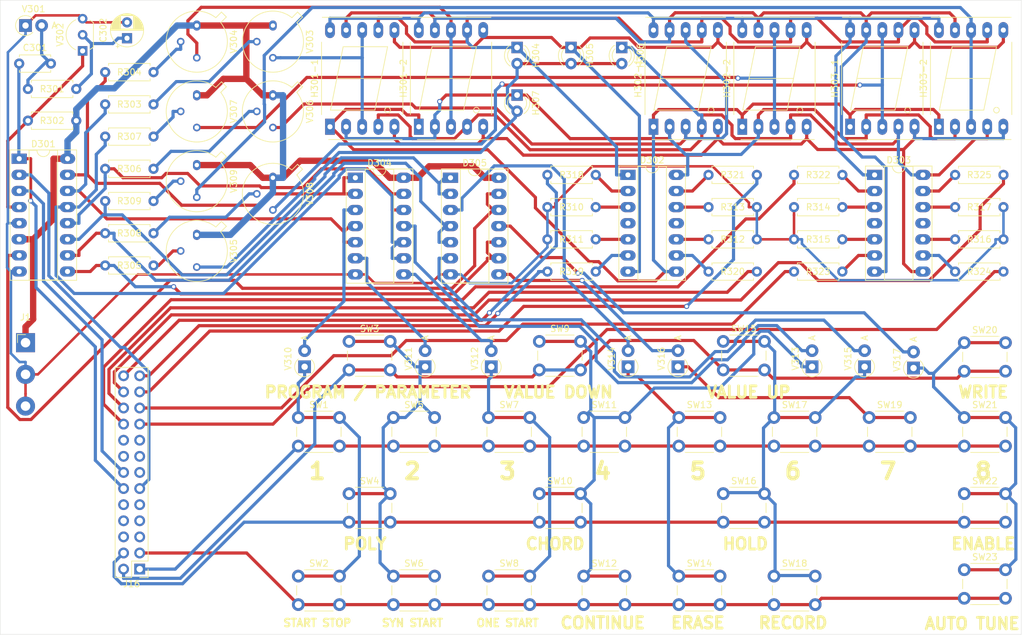
<source format=kicad_pcb>
(kicad_pcb (version 20221018) (generator pcbnew)

  (general
    (thickness 1.6)
  )

  (paper "A4")
  (layers
    (0 "F.Cu" signal)
    (31 "B.Cu" signal)
    (32 "B.Adhes" user "B.Adhesive")
    (33 "F.Adhes" user "F.Adhesive")
    (34 "B.Paste" user)
    (35 "F.Paste" user)
    (36 "B.SilkS" user "B.Silkscreen")
    (37 "F.SilkS" user "F.Silkscreen")
    (38 "B.Mask" user)
    (39 "F.Mask" user)
    (40 "Dwgs.User" user "User.Drawings")
    (41 "Cmts.User" user "User.Comments")
    (42 "Eco1.User" user "User.Eco1")
    (43 "Eco2.User" user "User.Eco2")
    (44 "Edge.Cuts" user)
    (45 "Margin" user)
    (46 "B.CrtYd" user "B.Courtyard")
    (47 "F.CrtYd" user "F.Courtyard")
    (48 "B.Fab" user)
    (49 "F.Fab" user)
  )

  (setup
    (pad_to_mask_clearance 0)
    (pcbplotparams
      (layerselection 0x00010fc_ffffffff)
      (plot_on_all_layers_selection 0x0000000_00000000)
      (disableapertmacros false)
      (usegerberextensions false)
      (usegerberattributes true)
      (usegerberadvancedattributes true)
      (creategerberjobfile true)
      (dashed_line_dash_ratio 12.000000)
      (dashed_line_gap_ratio 3.000000)
      (svgprecision 4)
      (plotframeref false)
      (viasonmask false)
      (mode 1)
      (useauxorigin false)
      (hpglpennumber 1)
      (hpglpenspeed 20)
      (hpglpendiameter 15.000000)
      (dxfpolygonmode true)
      (dxfimperialunits true)
      (dxfusepcbnewfont true)
      (psnegative false)
      (psa4output false)
      (plotreference true)
      (plotvalue true)
      (plotinvisibletext false)
      (sketchpadsonfab false)
      (subtractmaskfromsilk false)
      (outputformat 1)
      (mirror false)
      (drillshape 0)
      (scaleselection 1)
      (outputdirectory "BLP1_3os2")
    )
  )

  (net 0 "")
  (net 1 "Net-(J16-Pad5)")
  (net 2 "Net-(C301-Pad2)")
  (net 3 "X310B-B6")
  (net 4 "GND")
  (net 5 "Net-(C302-Pad1)")
  (net 6 "+5V")
  (net 7 "Net-(D301-Pad15)")
  (net 8 "Net-(D301-Pad7)")
  (net 9 "Net-(D301-Pad14)")
  (net 10 "Net-(D301-Pad13)")
  (net 11 "Net-(D301-Pad12)")
  (net 12 "Net-(D301-Pad4)")
  (net 13 "Net-(D301-Pad11)")
  (net 14 "X310B-B7")
  (net 15 "Net-(D301-Pad10)")
  (net 16 "X310B-A6")
  (net 17 "Net-(D301-Pad9)")
  (net 18 "Net-(D302-Pad9)")
  (net 19 "Net-(D302-Pad8)")
  (net 20 "Net-(D302-Pad7)")
  (net 21 "Net-(D302-Pad6)")
  (net 22 "Net-(D302-Pad14)")
  (net 23 "Net-(D302-Pad5)")
  (net 24 "Net-(D302-Pad13)")
  (net 25 "Net-(D302-Pad12)")
  (net 26 "Net-(D302-Pad3)")
  (net 27 "Net-(D302-Pad2)")
  (net 28 "Net-(D302-Pad10)")
  (net 29 "Net-(D302-Pad1)")
  (net 30 "Net-(D303-Pad9)")
  (net 31 "Net-(D303-Pad8)")
  (net 32 "Net-(D303-Pad7)")
  (net 33 "Net-(D303-Pad6)")
  (net 34 "Net-(D303-Pad14)")
  (net 35 "Net-(D303-Pad5)")
  (net 36 "Net-(D303-Pad13)")
  (net 37 "Net-(D303-Pad12)")
  (net 38 "Net-(D303-Pad3)")
  (net 39 "Net-(D303-Pad2)")
  (net 40 "Net-(D303-Pad10)")
  (net 41 "Net-(D303-Pad1)")
  (net 42 "Net-(D304-Pad6)")
  (net 43 "Net-(D304-Pad11)")
  (net 44 "Net-(D304-Pad3)")
  (net 45 "Net-(D304-Pad8)")
  (net 46 "Net-(D305-Pad6)")
  (net 47 "Net-(D305-Pad11)")
  (net 48 "Net-(D305-Pad3)")
  (net 49 "Net-(D305-Pad8)")
  (net 50 "Net-(H304-Pad2)")
  (net 51 "Net-(H301-1-Pad3)")
  (net 52 "Net-(H301-2-Pad3)")
  (net 53 "Net-(H302-1-Pad3)")
  (net 54 "Net-(H302-2-Pad3)")
  (net 55 "Net-(H303-1-Pad3)")
  (net 56 "Net-(H303-2-Pad3)")
  (net 57 "MIDI-IN")
  (net 58 "X310B-B13")
  (net 59 "X310B-A13")
  (net 60 "X310B-B12")
  (net 61 "X310B-A12")
  (net 62 "X310B-B11")
  (net 63 "X310B-A11")
  (net 64 "X310B-B10")
  (net 65 "X310B-A10")
  (net 66 "Net-(J16-Pad18)")
  (net 67 "Net-(J16-Pad17)")
  (net 68 "Net-(J16-Pad16)")
  (net 69 "Net-(J16-Pad10)")
  (net 70 "Net-(J16-Pad9)")
  (net 71 "Net-(J16-Pad8)")
  (net 72 "Net-(J16-Pad6)")
  (net 73 "X310B-B2")
  (net 74 "X310B-A2")
  (net 75 "X310B-B1")
  (net 76 "X310B-A1")
  (net 77 "Net-(R303-Pad1)")
  (net 78 "Net-(R304-Pad1)")
  (net 79 "Net-(R305-Pad1)")
  (net 80 "Net-(R306-Pad1)")
  (net 81 "Net-(R307-Pad1)")
  (net 82 "Net-(R308-Pad1)")
  (net 83 "Net-(R309-Pad1)")
  (net 84 "AB12")
  (net 85 "AB11")
  (net 86 "AB10")
  (net 87 "AB9")
  (net 88 "AB8")
  (net 89 "AB7")
  (net 90 "AB6")
  (net 91 "AB5")
  (net 92 "DLP-Ret")
  (net 93 "Net-(J16-Pad7)")

  (footprint "Capacitor_THT:C_Disc_D4.7mm_W2.5mm_P5.00mm" (layer "F.Cu") (at -37 10))

  (footprint "Capacitor_THT:CP_Radial_D5.0mm_P2.50mm" (layer "F.Cu") (at -20 6 90))

  (footprint "Package_DIP:DIP-16_W7.62mm_Socket_LongPads" (layer "F.Cu") (at -37 25))

  (footprint "Package_DIP:DIP-14_W7.62mm_Socket_LongPads" (layer "F.Cu") (at 58.98 27.55))

  (footprint "Package_DIP:DIP-14_W7.62mm_Socket_LongPads" (layer "F.Cu") (at 97.86 27.55))

  (footprint "Package_DIP:DIP-14_W7.62mm_Socket_LongPads" (layer "F.Cu") (at 16 28))

  (footprint "Package_DIP:DIP-14_W7.62mm_Socket_LongPads" (layer "F.Cu") (at 31 28))

  (footprint "LED_THT:LED_D3.0mm" (layer "F.Cu") (at 41.5 7.46 -90))

  (footprint "LED_THT:LED_D3.0mm" (layer "F.Cu") (at 50 7.46 -90))

  (footprint "LED_THT:LED_D3.0mm" (layer "F.Cu") (at 58 7.46 -90))

  (footprint "LED_THT:LED_D3.0mm" (layer "F.Cu") (at 41.5 14.96 -90))

  (footprint "Display_7Segment:7SegmentLED_LTS6760_LTS6780" (layer "F.Cu") (at 12 19.96 90))

  (footprint "Display_7Segment:7SegmentLED_LTS6760_LTS6780" (layer "F.Cu") (at 26 19.96 90))

  (footprint "Display_7Segment:7SegmentLED_LTS6760_LTS6780" (layer "F.Cu") (at 63 19.96 90))

  (footprint "Display_7Segment:7SegmentLED_LTS6760_LTS6780" (layer "F.Cu") (at 77 19.96 90))

  (footprint "Display_7Segment:7SegmentLED_LTS6760_LTS6780" (layer "F.Cu") (at 94 19.96 90))

  (footprint "Display_7Segment:7SegmentLED_LTS6760_LTS6780" (layer "F.Cu") (at 108 19.96 90))

  (footprint "Connector_PinHeader_2.54mm:PinHeader_1x03_P5mm_Vertical" (layer "F.Cu") (at -36 54))

  (footprint "Connector_PinHeader_2.54mm:PinHeader_2x13_P2.54mm_Vertical" (layer "F.Cu") (at -18 89.7 180))

  (footprint "Resistor_THT:R_Axial_DIN0207_L6.3mm_D2.5mm_P7.62mm_Horizontal" (layer "F.Cu") (at -28 14 180))

  (footprint "Resistor_THT:R_Axial_DIN0207_L6.3mm_D2.5mm_P7.62mm_Horizontal" (layer "F.Cu") (at -35.62 19))

  (footprint "Resistor_THT:R_Axial_DIN0207_L6.3mm_D2.5mm_P7.62mm_Horizontal" (layer "F.Cu") (at -15.82 16.43 180))

  (footprint "Resistor_THT:R_Axial_DIN0207_L6.3mm_D2.5mm_P7.62mm_Horizontal" (layer "F.Cu") (at -15.82 11.35 180))

  (footprint "Resistor_THT:R_Axial_DIN0207_L6.3mm_D2.5mm_P7.62mm_Horizontal" (layer "F.Cu") (at -15.82 41.83 180))

  (footprint "Resistor_THT:R_Axial_DIN0207_L6.3mm_D2.5mm_P7.62mm_Horizontal" (layer "F.Cu") (at -15.82 26.59 180))

  (footprint "Resistor_THT:R_Axial_DIN0207_L6.3mm_D2.5mm_P7.62mm_Horizontal" (layer "F.Cu") (at -15.82 21.51 180))

  (footprint "Resistor_THT:R_Axial_DIN0207_L6.3mm_D2.5mm_P7.62mm_Horizontal" (layer "F.Cu") (at -15.82 36.75 180))

  (footprint "Resistor_THT:R_Axial_DIN0207_L6.3mm_D2.5mm_P7.62mm_Horizontal" (layer "F.Cu") (at -15.82 31.67 180))

  (footprint "Resistor_THT:R_Axial_DIN0207_L6.3mm_D2.5mm_P7.62mm_Horizontal" (layer "F.Cu") (at 53.9 32.63 180))

  (footprint "Resistor_THT:R_Axial_DIN0207_L6.3mm_D2.5mm_P7.62mm_Horizontal" (layer "F.Cu") (at 53.9 37.71 180))

  (footprint "Resistor_THT:R_Axial_DIN0207_L6.3mm_D2.5mm_P7.62mm_Horizontal" (layer "F.Cu") (at 71.68 37.71))

  (footprint "Resistor_THT:R_Axial_DIN0207_L6.3mm_D2.5mm_P7.62mm_Horizontal" (layer "F.Cu") (at 71.68 32.63))

  (footprint "Resistor_THT:R_Axial_DIN0207_L6.3mm_D2.5mm_P7.62mm_Horizontal" (layer "F.Cu") (at 92.78 32.63 180))

  (footprint "Resistor_THT:R_Axial_DIN0207_L6.3mm_D2.5mm_P7.62mm_Horizontal" (layer "F.Cu") (at 92.78 37.71 180))

  (footprint "Resistor_THT:R_Axial_DIN0207_L6.3mm_D2.5mm_P7.62mm_Horizontal" (layer "F.Cu") (at 110.56 37.71))

  (footprint "Resistor_THT:R_Axial_DIN0207_L6.3mm_D2.5mm_P7.62mm_Horizontal" (layer "F.Cu") (at 110.56 32.63))

  (footprint "Resistor_THT:R_Axial_DIN0207_L6.3mm_D2.5mm_P7.62mm_Horizontal" (layer "F.Cu")
    (tstamp 00000000-0000-0000-0000-000060c2eec9)
    (at 53.9 27.55 180)
    (descr "Resistor, Axial_DIN0207 series, Axial, Horizontal, pin pitch=7.62mm, 0.25W = 1/4W, length*diameter=6.3*2.5mm^2, http://cdn-reichelt.de/documents/datenblatt/B400/1_4W%23YAG.pdf")
    (tags "Resistor Axial_DIN0207 series Axial Horizontal pin pitch 7.62mm 0.25W = 1/4W length 6.3mm diameter 2.5mm")
    (path "/00000000-0000-0000-0000-000060c48c12")
    (attr through_hole)
    (fp_text reference "R318" (at 3.81 0) (layer "F.SilkS")
        (effects (font (size 1 1) (thickness 0.15)))
      (tstamp d62769f0-aa2a-4e31-ad15-d5d508392951)
    )
    (fp_text value "1,8k" (at 3.81 2.37) (layer "F.Fab")
        (effects (font (size 1 1) (thickness 0.15)))
      (tstamp 75402e0a-f855-4905-b33c-060391f3c88f)
    )
    (fp_text user "${REFERENCE}" (at 3.81 0) (layer "F.Fab")
        (effects (font (size 1 1) (thickness 0.15)))
      (tstamp eaf3daf7-aac0-4051-9a55-77ac2524bb9a)
    )
    (fp_line (start 0.54 -1.37) (end 7.08 -1.37)
      (stroke (width 0.12) (type solid)) (layer "F.SilkS") (tstamp 64ad90ae-7336-48a5-8d8e-6056798cfc74))
    (fp_line (start 0.54 -1.04) (end 0.54 -1.37)
      (stroke (width 0.12) (type solid)) (layer "F.SilkS") (tstamp 0fdd836d-9bc2-4274-9b0f-e7d6b027e3ae))
    (fp_line (start 0.54 1.04) (end 0.54 1.37)
      (stroke (width 0.12) (type solid)) (layer "F.SilkS") (tstamp 77332137-5f61-4139-9497-d5f4771bd18c))
    (fp_line (start 0.54 1.37) (end 7.08 1.37)
      (stroke (width 0.12) (type solid)) (layer "F.SilkS") (tstamp 2d6c34b0-0b70-4ca2-8cd8-70e25d7703a7))
    (fp_line (start 7.08 -1.37) (end 7.08 -1.04)
      (stroke (width 0.12) (type solid)) (layer "F.SilkS") (tstamp c2d3342c-e5f2-4a04-b48a-7deed6517832))
    (fp_line (start 7.08 1.37) (end 7.08 1.04)
      (stroke (width 0.12) (type solid)) (layer "F.SilkS") (tstamp 267d996f-7d58-4bd1-a629-500a340b626e))
    (fp_line (start -1.05 -1.5) (end -1.05 1.5)
      (stroke (width 0.05) (type solid)) (layer "F.CrtYd") (tstamp 3e6b82f9-c869-4cff-a691-5ecc8ae96f75))
    (fp_line (start -1.05 1.5) (end 8.67 1.5)
      (stroke (width 0.05) (type solid)) (layer "F.CrtYd") (tstamp 79d4d331-7d86-40df-812f-f8fcaedf5ecf))
    (fp_line (start 8.67 -1.5) (end -1.05 -1.5)
      (stroke (width 0.05) (type solid)) (layer "F.CrtYd") (tstamp 97f9b301-a69f-4b82-b6cd-e617110a6951))
    (fp_line (start 8.67 1.5) (end 8.67 -1.5)
      (stroke (width 0.05) (type solid)) (layer "F.CrtYd") (tstamp 4bee7af8-e69c-4e98-a1d4-70dba371e678))
    (fp_line (start 0 0) (end 0.66 0)
      (stroke (width 0.1) (type solid)) (layer "F.Fab") (tstamp 14fd33fd-7585-4ed0-9406-afa13a4ae5c7))
    (fp_line (start 0.66 -1.25) (end 0.66 1.25)
      (stroke (width 0.1) (type solid)) (layer "F.Fab") (tstamp 163356fc-e6d4-4269-a1bf-4e853eac7ec6))
    (fp_line (start 0.66 1.25) (end 6.96 1.25)
      (stroke (width 0.1) (type solid)) (layer "F.Fab") (tstamp e9f0c6b9-e3a4-4870-9062-587013ba4b8c))
    (fp_line (start 6.96 -1.25) (end 0.66 -1.25)
      (stroke (width 0.1) (type solid)) (layer "F.Fab") (tstamp 50b3856b-41d3-4d39-bcc6-4462a225684b))
    (fp_li
... [335667 chars truncated]
</source>
